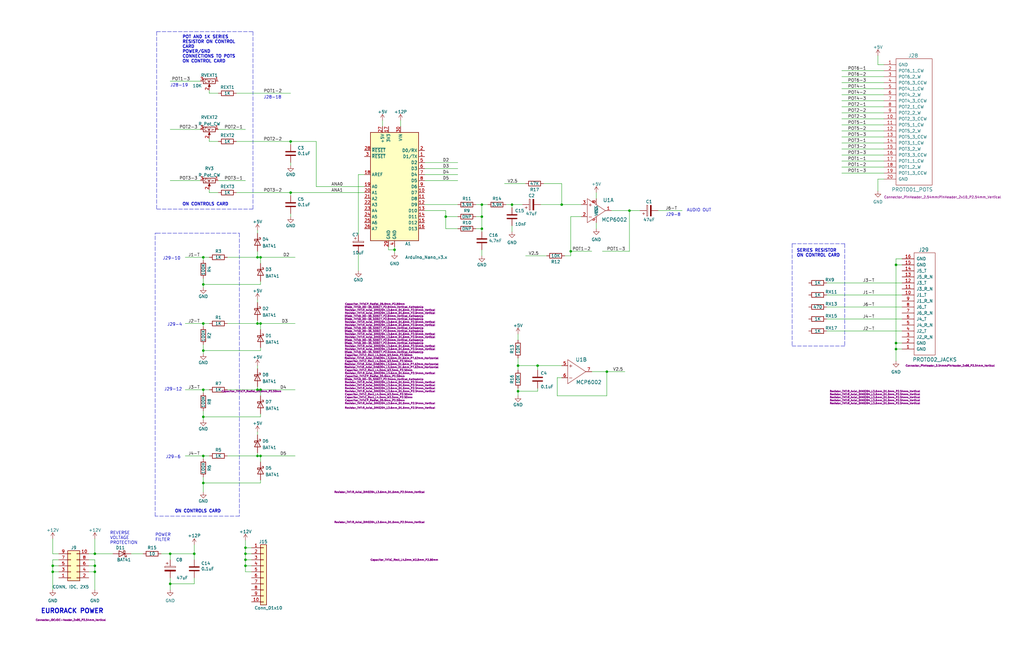
<source format=kicad_sch>
(kicad_sch (version 20211123) (generator eeschema)
  (paper "B")
  (title_block (title "ER-DRUMS") (date "2023-01-19") (rev "1") (comment 1 "Arduino MOZZI Daughtercard for ER-PROTO-02"))
  (junction (at 109.855 136.525))
  (junction (at 85.725 108.585))
  (junction (at 103.505 236.22))
  (junction (at 85.725 175.895))
  (junction (at 109.855 164.465))
  (junction (at 377.825 111.76))
  (junction (at 215.9 86.36))
  (junction (at 377.825 144.78))
  (junction (at 85.725 147.955))
  (junction (at 108.585 108.585))
  (junction (at 218.44 154.305))
  (junction (at 85.725 136.525))
  (junction (at 122.555 81.28))
  (junction (at 85.725 164.465))
  (junction (at 166.37 105.41))
  (junction (at 226.695 154.305))
  (junction (at 103.505 238.76))
  (junction (at 40.005 241.3))
  (junction (at 85.725 120.015))
  (junction (at 265.43 88.9))
  (junction (at 109.855 192.405))
  (junction (at 109.855 108.585))
  (junction (at 85.725 203.835))
  (junction (at 255.905 156.845))
  (junction (at 203.2 91.44))
  (junction (at 122.555 59.69))
  (junction (at 22.225 241.3))
  (junction (at 22.225 238.76))
  (junction (at 40.005 233.68))
  (junction (at 377.825 147.32))
  (junction (at 85.725 192.405))
  (junction (at 81.915 233.68))
  (junction (at 187.96 91.44))
  (junction (at 108.585 136.525))
  (junction (at 40.005 238.76))
  (junction (at 108.585 192.405))
  (junction (at 236.855 86.36))
  (junction (at 203.2 96.52))
  (junction (at 103.505 233.68))
  (junction (at 108.585 164.465))
  (junction (at 203.2 86.36))
  (junction (at 240.665 106.045))
  (junction (at 103.505 231.14))
  (junction (at 218.44 165.1))
  (junction (at 71.755 233.68))
  (junction (at 71.755 246.38))
  (wire (pts (xy 99.695 59.69) (xy 122.555 59.69)))
  (wire (pts (xy 348.615 139.7) (xy 380.365 139.7)))
  (wire (pts (xy 354.965 50.165) (xy 372.745 50.165)))
  (wire (pts (xy 179.07 71.12) (xy 193.04 71.12)))
  (wire (pts (xy 218.44 165.1) (xy 218.44 163.83)))
  (wire (pts (xy 85.725 207.645) (xy 85.725 203.835)))
  (wire (pts (xy 85.725 177.165) (xy 85.725 175.895)))
  (wire (pts (xy 255.905 156.845) (xy 263.525 156.845)))
  (wire (pts (xy 215.9 95.25) (xy 215.9 97.79)))
  (polyline (pts (xy 334.01 102.87) (xy 334.01 146.05)))
  (wire (pts (xy 37.465 233.68) (xy 40.005 233.68)))
  (wire (pts (xy 99.695 81.28) (xy 122.555 81.28)))
  (wire (pts (xy 85.725 120.015) (xy 85.725 117.475)))
  (wire (pts (xy 166.37 105.41) (xy 163.83 105.41)))
  (polyline (pts (xy 106.68 88.265) (xy 66.04 88.265)))
  (polyline (pts (xy 100.965 98.425) (xy 100.965 217.805)))
  (wire (pts (xy 203.2 105.41) (xy 203.2 107.95)))
  (wire (pts (xy 37.465 238.76) (xy 40.005 238.76)))
  (wire (pts (xy 218.44 140.97) (xy 218.44 143.51)))
  (wire (pts (xy 40.005 227.33) (xy 40.005 233.68)))
  (wire (pts (xy 71.755 54.61) (xy 84.455 54.61)))
  (wire (pts (xy 108.585 126.365) (xy 108.585 127.635)))
  (wire (pts (xy 71.755 233.68) (xy 67.945 233.68)))
  (wire (pts (xy 226.695 154.305) (xy 236.855 154.305)))
  (wire (pts (xy 380.365 109.22) (xy 377.825 109.22)))
  (wire (pts (xy 85.725 149.225) (xy 85.725 147.955)))
  (wire (pts (xy 108.585 106.045) (xy 108.585 108.585)))
  (wire (pts (xy 88.265 81.28) (xy 92.075 81.28)))
  (wire (pts (xy 22.225 236.22) (xy 22.225 238.76)))
  (wire (pts (xy 354.965 40.005) (xy 372.745 40.005)))
  (wire (pts (xy 108.585 191.135) (xy 108.585 192.405)))
  (wire (pts (xy 22.225 227.33) (xy 22.225 233.68)))
  (wire (pts (xy 95.885 108.585) (xy 108.585 108.585)))
  (wire (pts (xy 151.13 114.3) (xy 151.13 106.68)))
  (wire (pts (xy 109.855 164.465) (xy 109.855 167.005)))
  (wire (pts (xy 203.2 96.52) (xy 203.2 97.79)))
  (wire (pts (xy 78.105 164.465) (xy 85.725 164.465)))
  (wire (pts (xy 377.825 144.78) (xy 380.365 144.78)))
  (wire (pts (xy 218.44 165.1) (xy 226.695 165.1)))
  (polyline (pts (xy 106.68 13.335) (xy 106.68 88.265)))
  (wire (pts (xy 109.855 164.465) (xy 124.46 164.465)))
  (wire (pts (xy 234.95 167.005) (xy 255.905 167.005)))
  (wire (pts (xy 85.725 192.405) (xy 88.265 192.405)))
  (wire (pts (xy 22.225 241.3) (xy 22.225 248.92)))
  (wire (pts (xy 193.04 96.52) (xy 187.96 96.52)))
  (wire (pts (xy 108.585 136.525) (xy 109.855 136.525)))
  (wire (pts (xy 109.855 203.835) (xy 85.725 203.835)))
  (wire (pts (xy 85.725 164.465) (xy 85.725 165.735)))
  (wire (pts (xy 109.855 175.895) (xy 85.725 175.895)))
  (polyline (pts (xy 66.04 13.335) (xy 66.04 88.265)))
  (wire (pts (xy 95.885 192.405) (xy 108.585 192.405)))
  (wire (pts (xy 179.07 88.9) (xy 187.96 88.9)))
  (wire (pts (xy 166.37 106.68) (xy 166.37 105.41)))
  (wire (pts (xy 103.505 238.76) (xy 103.505 241.3)))
  (wire (pts (xy 179.07 68.58) (xy 193.04 68.58)))
  (wire (pts (xy 108.585 163.195) (xy 108.585 164.465)))
  (wire (pts (xy 153.67 73.66) (xy 151.13 73.66)))
  (wire (pts (xy 348.615 119.38) (xy 380.365 119.38)))
  (wire (pts (xy 106.045 241.3) (xy 103.505 241.3)))
  (wire (pts (xy 200.66 96.52) (xy 203.2 96.52)))
  (wire (pts (xy 354.965 37.465) (xy 372.745 37.465)))
  (polyline (pts (xy 334.01 102.87) (xy 356.235 102.87)))
  (wire (pts (xy 166.37 105.41) (xy 166.37 104.14)))
  (wire (pts (xy 109.855 147.955) (xy 85.725 147.955)))
  (wire (pts (xy 81.915 233.68) (xy 81.915 236.22)))
  (wire (pts (xy 354.965 65.405) (xy 372.745 65.405)))
  (wire (pts (xy 187.96 91.44) (xy 193.04 91.44)))
  (wire (pts (xy 103.505 236.22) (xy 103.505 238.76)))
  (wire (pts (xy 122.555 81.28) (xy 122.555 82.55)))
  (wire (pts (xy 109.855 175.895) (xy 109.855 174.625)))
  (wire (pts (xy 234.95 159.385) (xy 234.95 167.005)))
  (wire (pts (xy 377.825 147.32) (xy 380.365 147.32)))
  (wire (pts (xy 226.695 154.305) (xy 226.695 156.21)))
  (wire (pts (xy 179.07 76.2) (xy 193.04 76.2)))
  (wire (pts (xy 78.105 192.405) (xy 85.725 192.405)))
  (wire (pts (xy 179.07 86.36) (xy 193.04 86.36)))
  (wire (pts (xy 122.555 68.58) (xy 122.555 69.85)))
  (wire (pts (xy 40.005 233.68) (xy 47.625 233.68)))
  (wire (pts (xy 354.965 47.625) (xy 372.745 47.625)))
  (wire (pts (xy 249.555 106.045) (xy 240.665 106.045)))
  (wire (pts (xy 377.825 111.76) (xy 377.825 144.78)))
  (wire (pts (xy 55.245 233.68) (xy 60.325 233.68)))
  (wire (pts (xy 108.585 97.155) (xy 108.585 98.425)))
  (wire (pts (xy 109.855 147.955) (xy 109.855 146.685)))
  (wire (pts (xy 377.825 109.22) (xy 377.825 111.76)))
  (polyline (pts (xy 100.965 217.805) (xy 65.405 217.805)))
  (wire (pts (xy 85.725 192.405) (xy 85.725 193.675)))
  (wire (pts (xy 240.665 91.44) (xy 240.665 106.045)))
  (wire (pts (xy 109.855 108.585) (xy 109.855 111.125)))
  (wire (pts (xy 109.855 136.525) (xy 124.46 136.525)))
  (wire (pts (xy 88.265 59.69) (xy 88.265 58.42)))
  (wire (pts (xy 238.125 107.95) (xy 240.665 107.95)))
  (wire (pts (xy 168.91 50.8) (xy 168.91 53.34)))
  (wire (pts (xy 229.235 77.47) (xy 236.855 77.47)))
  (wire (pts (xy 354.965 57.785) (xy 372.745 57.785)))
  (wire (pts (xy 240.665 106.045) (xy 240.665 107.95)))
  (wire (pts (xy 187.96 88.9) (xy 187.96 91.44)))
  (wire (pts (xy 122.555 59.69) (xy 122.555 60.96)))
  (wire (pts (xy 203.2 96.52) (xy 203.2 91.44)))
  (wire (pts (xy 85.725 121.285) (xy 85.725 120.015)))
  (wire (pts (xy 71.755 233.68) (xy 71.755 236.22)))
  (wire (pts (xy 215.9 86.36) (xy 215.9 87.63)))
  (wire (pts (xy 88.265 59.69) (xy 92.075 59.69)))
  (wire (pts (xy 218.44 154.305) (xy 226.695 154.305)))
  (wire (pts (xy 163.83 105.41) (xy 163.83 104.14)))
  (wire (pts (xy 71.755 34.29) (xy 84.455 34.29)))
  (wire (pts (xy 354.965 42.545) (xy 372.745 42.545)))
  (wire (pts (xy 85.725 175.895) (xy 85.725 173.355)))
  (wire (pts (xy 88.265 39.37) (xy 92.075 39.37)))
  (wire (pts (xy 377.825 147.32) (xy 377.825 152.4)))
  (wire (pts (xy 103.505 238.76) (xy 106.045 238.76)))
  (wire (pts (xy 22.225 241.3) (xy 24.765 241.3)))
  (wire (pts (xy 108.585 182.245) (xy 108.585 183.515)))
  (wire (pts (xy 377.825 144.78) (xy 377.825 147.32)))
  (wire (pts (xy 255.905 156.845) (xy 249.555 156.845)))
  (wire (pts (xy 215.9 86.36) (xy 220.345 86.36)))
  (wire (pts (xy 103.505 227.965) (xy 103.505 231.14)))
  (wire (pts (xy 37.465 236.22) (xy 40.005 236.22)))
  (wire (pts (xy 81.915 229.87) (xy 81.915 233.68)))
  (wire (pts (xy 354.965 55.245) (xy 372.745 55.245)))
  (wire (pts (xy 109.855 120.015) (xy 85.725 120.015)))
  (wire (pts (xy 71.755 233.68) (xy 81.915 233.68)))
  (wire (pts (xy 85.725 164.465) (xy 88.265 164.465)))
  (wire (pts (xy 187.96 96.52) (xy 187.96 91.44)))
  (wire (pts (xy 179.07 73.66) (xy 193.04 73.66)))
  (wire (pts (xy 226.695 163.83) (xy 226.695 165.1)))
  (wire (pts (xy 108.585 192.405) (xy 109.855 192.405)))
  (wire (pts (xy 354.965 67.945) (xy 372.745 67.945)))
  (wire (pts (xy 265.43 88.9) (xy 265.43 106.045)))
  (wire (pts (xy 22.225 238.76) (xy 24.765 238.76)))
  (wire (pts (xy 370.205 75.565) (xy 370.205 80.645)))
  (wire (pts (xy 133.35 78.74) (xy 153.67 78.74)))
  (wire (pts (xy 227.965 86.36) (xy 236.855 86.36)))
  (wire (pts (xy 203.2 91.44) (xy 203.2 86.36)))
  (wire (pts (xy 354.965 29.845) (xy 372.745 29.845)))
  (wire (pts (xy 348.615 134.62) (xy 380.365 134.62)))
  (wire (pts (xy 85.725 108.585) (xy 85.725 109.855)))
  (wire (pts (xy 354.965 52.705) (xy 372.745 52.705)))
  (wire (pts (xy 108.585 135.255) (xy 108.585 136.525)))
  (wire (pts (xy 108.585 164.465) (xy 109.855 164.465)))
  (wire (pts (xy 92.075 54.61) (xy 103.505 54.61)))
  (wire (pts (xy 277.495 88.9) (xy 287.655 88.9)))
  (wire (pts (xy 108.585 108.585) (xy 109.855 108.585)))
  (wire (pts (xy 109.855 136.525) (xy 109.855 139.065)))
  (wire (pts (xy 71.755 243.84) (xy 71.755 246.38)))
  (wire (pts (xy 161.29 50.8) (xy 161.29 53.34)))
  (wire (pts (xy 240.665 91.44) (xy 245.11 91.44)))
  (wire (pts (xy 95.885 164.465) (xy 108.585 164.465)))
  (wire (pts (xy 348.615 124.46) (xy 380.365 124.46)))
  (wire (pts (xy 213.36 86.36) (xy 215.9 86.36)))
  (wire (pts (xy 40.005 241.3) (xy 40.005 248.92)))
  (wire (pts (xy 218.44 167.005) (xy 218.44 165.1)))
  (wire (pts (xy 92.075 76.2) (xy 103.505 76.2)))
  (wire (pts (xy 122.555 59.69) (xy 133.35 59.69)))
  (wire (pts (xy 40.005 236.22) (xy 40.005 238.76)))
  (wire (pts (xy 354.965 70.485) (xy 372.745 70.485)))
  (wire (pts (xy 99.695 39.37) (xy 122.555 39.37)))
  (wire (pts (xy 109.855 120.015) (xy 109.855 118.745)))
  (wire (pts (xy 81.915 246.38) (xy 81.915 243.84)))
  (polyline (pts (xy 356.235 102.87) (xy 356.235 146.05)))
  (wire (pts (xy 354.965 32.385) (xy 372.745 32.385)))
  (wire (pts (xy 354.965 73.025) (xy 372.745 73.025)))
  (polyline (pts (xy 65.405 98.425) (xy 66.04 98.425)))
  (wire (pts (xy 71.755 246.38) (xy 71.755 248.92)))
  (wire (pts (xy 108.585 154.305) (xy 108.585 155.575)))
  (wire (pts (xy 133.35 59.69) (xy 133.35 78.74)))
  (wire (pts (xy 354.965 45.085) (xy 372.745 45.085)))
  (wire (pts (xy 78.105 136.525) (xy 85.725 136.525)))
  (wire (pts (xy 236.855 159.385) (xy 234.95 159.385)))
  (wire (pts (xy 88.265 81.28) (xy 88.265 80.01)))
  (wire (pts (xy 372.745 27.305) (xy 370.205 27.305)))
  (wire (pts (xy 106.045 231.14) (xy 103.505 231.14)))
  (wire (pts (xy 109.855 203.835) (xy 109.855 202.565)))
  (polyline (pts (xy 65.405 217.805) (xy 65.405 98.425)))
  (wire (pts (xy 24.765 233.68) (xy 22.225 233.68)))
  (wire (pts (xy 236.855 86.36) (xy 236.855 77.47)))
  (polyline (pts (xy 66.04 98.425) (xy 100.965 98.425)))
  (wire (pts (xy 103.505 236.22) (xy 106.045 236.22)))
  (wire (pts (xy 218.44 154.305) (xy 218.44 156.21)))
  (wire (pts (xy 251.46 93.98) (xy 251.46 96.52)))
  (wire (pts (xy 22.225 238.76) (xy 22.225 241.3)))
  (wire (pts (xy 221.615 107.95) (xy 230.505 107.95)))
  (wire (pts (xy 85.725 108.585) (xy 88.265 108.585)))
  (wire (pts (xy 354.965 34.925) (xy 372.745 34.925)))
  (wire (pts (xy 71.755 246.38) (xy 81.915 246.38)))
  (wire (pts (xy 37.465 241.3) (xy 40.005 241.3)))
  (wire (pts (xy 354.965 62.865) (xy 372.745 62.865)))
  (wire (pts (xy 109.855 192.405) (xy 124.46 192.405)))
  (wire (pts (xy 265.43 88.9) (xy 269.875 88.9)))
  (wire (pts (xy 88.265 39.37) (xy 88.265 38.1)))
  (wire (pts (xy 218.44 151.13) (xy 218.44 154.305)))
  (wire (pts (xy 254 106.045) (xy 265.43 106.045)))
  (wire (pts (xy 251.46 81.28) (xy 251.46 83.82)))
  (polyline (pts (xy 66.04 13.335) (xy 106.68 13.335)))
  (wire (pts (xy 370.205 75.565) (xy 372.745 75.565)))
  (wire (pts (xy 200.66 91.44) (xy 203.2 91.44)))
  (wire (pts (xy 78.105 108.585) (xy 85.725 108.585)))
  (wire (pts (xy 106.045 233.68) (xy 103.505 233.68)))
  (wire (pts (xy 103.505 233.68) (xy 103.505 236.22)))
  (wire (pts (xy 71.755 76.2) (xy 84.455 76.2)))
  (wire (pts (xy 370.205 23.495) (xy 370.205 27.305)))
  (wire (pts (xy 377.825 111.76) (xy 380.365 111.76)))
  (wire (pts (xy 85.725 136.525) (xy 88.265 136.525)))
  (wire (pts (xy 85.725 136.525) (xy 85.725 137.795)))
  (wire (pts (xy 95.885 136.525) (xy 108.585 136.525)))
  (wire (pts (xy 348.615 129.54) (xy 380.365 129.54)))
  (wire (pts (xy 236.855 86.36) (xy 245.11 86.36)))
  (wire (pts (xy 85.725 203.835) (xy 85.725 201.295)))
  (wire (pts (xy 24.765 236.22) (xy 22.225 236.22)))
  (wire (pts (xy 354.965 60.325) (xy 372.745 60.325)))
  (wire (pts (xy 151.13 73.66) (xy 151.13 99.06)))
  (wire (pts (xy 257.81 88.9) (xy 265.43 88.9)))
  (wire (pts (xy 40.005 238.76) (xy 40.005 241.3)))
  (wire (pts (xy 109.855 108.585) (xy 124.46 108.585)))
  (wire (pts (xy 103.505 231.14) (xy 103.505 233.68)))
  (polyline (pts (xy 356.235 146.05) (xy 334.01 146.05)))
  (wire (pts (xy 85.725 147.955) (xy 85.725 145.415)))
  (wire (pts (xy 109.855 192.405) (xy 109.855 194.945)))
  (wire (pts (xy 255.905 167.005) (xy 255.905 156.845)))
  (wire (pts (xy 212.725 77.47) (xy 221.615 77.47)))
  (wire (pts (xy 122.555 90.17) (xy 122.555 91.44)))
  (wire (pts (xy 122.555 81.28) (xy 153.67 81.28)))
  (wire (pts (xy 203.2 86.36) (xy 205.74 86.36)))
  (wire (pts (xy 203.2 86.36) (xy 200.66 86.36)))
  (text "EURORACK POWER" (at 17.145 259.08 0) (effects (font (size 1.905 1.905) (thickness 0.381) bold) (justify left bottom)))
  (text "J28-19" (at 71.755 36.83 0) (effects (font (size 1.27 1.27)) (justify left bottom)))
  (text "AUDIO OUT" (at 289.56 89.535 0) (effects (font (size 1.27 1.27)) (justify left bottom)))
  (text "ON CONTROLS CARD" (at 73.66 216.535 0) (effects (font (size 1.27 1.27) (thickness 0.254) bold) (justify left bottom)))
  (text "J29-10" (at 68.58 109.855 0) (effects (font (size 1.27 1.27)) (justify left bottom)))
  (text "J29-4" (at 70.485 137.795 0) (effects (font (size 1.27 1.27)) (justify left bottom)))
  (text "J29-12" (at 69.215 165.1 0) (effects (font (size 1.27 1.27)) (justify left bottom)))
  (text "POWER\nFILTER" (at 65.405 228.6 0) (effects (font (size 1.27 1.27)) (justify left bottom)))
  (text "J29-8" (at 280.67 91.44 0) (effects (font (size 1.27 1.27)) (justify left bottom)))
  (text "J28-18" (at 111.125 41.91 0) (effects (font (size 1.27 1.27)) (justify left bottom)))
  (text "POT AND 1K SERIES\nRESISTOR ON CONTROL\nCARD\nPOWER/GND\nCONNECTIONS TO POTS\nON CONTROL CARD" (at 76.835 26.67 0) (effects (font (size 1.27 1.27) (thickness 0.254) bold) (justify left bottom)))
  (text "J29-6" (at 69.85 193.675 0) (effects (font (size 1.27 1.27)) (justify left bottom)))
  (text "SERIES RESISTOR\nON CONTROL CARD" (at 335.915 108.585 0) (effects (font (size 1.27 1.27) (thickness 0.254) bold) (justify left bottom)))
  (text "REVERSE\nVOLTAGE\nPROTECTION" (at 46.355 229.87 0) (effects (font (size 1.27 1.27)) (justify left bottom)))
  (text "ON CONTROLS CARD" (at 76.835 86.995 0) (effects (font (size 1.27 1.27) (thickness 0.254) bold) (justify left bottom)))
  (label "D3" (at 186.69 71.12 0))
  (label "POT3-1" (at 94.615 76.2 0))
  (label "V2.5" (at 222.885 107.95 0))
  (label "J2-T" (at 363.855 139.7 0))
  (label "POT2-3" (at 75.565 54.61 0))
  (label "D4" (at 186.69 73.66 0))
  (label "J3-T" (at 363.855 119.38 0))
  (label "POT4-2" (at 357.505 40.005 0))
  (label "POT2-2" (at 357.505 47.625 0))
  (label "POT2-2" (at 111.125 59.69 0))
  (label "V2.5" (at 258.445 156.845 0))
  (label "POT3-2" (at 111.125 81.28 0))
  (label "POT1-2" (at 111.125 39.37 0))
  (label "D2" (at 186.69 68.58 0))
  (label "POT3-3" (at 357.505 65.405 0))
  (label "J1-T" (at 363.855 124.46 0))
  (label "J6-T" (at 363.855 129.54 0))
  (label "POT3-3" (at 75.565 76.2 0))
  (label "D4" (at 118.11 164.465 0))
  (label "POT4-3" (at 357.505 42.545 0))
  (label "D5" (at 186.69 76.2 0))
  (label "POT6-2" (at 357.505 32.385 0))
  (label "J4-T" (at 363.855 134.62 0))
  (label "POT2-1" (at 94.615 54.61 0))
  (label "J2-T" (at 79.375 136.525 0))
  (label "POT5-1" (at 357.505 52.705 0))
  (label "V2.5" (at 213.995 77.47 0))
  (label "D3" (at 118.745 136.525 0))
  (label "POT4-1" (at 357.505 37.465 0))
  (label "J6-T" (at 280.67 88.9 0))
  (label "POT1-1" (at 357.505 67.945 0))
  (label "D5" (at 118.11 192.405 0))
  (label "POT3-2" (at 357.505 62.865 0))
  (label "POT6-1" (at 357.505 29.845 0))
  (label "J4-T" (at 79.375 192.405 0))
  (label "POT5-3" (at 357.505 57.785 0))
  (label "POT2-1" (at 357.505 45.085 0))
  (label "POT1-2" (at 241.3 106.045 0))
  (label "POT5-2" (at 357.505 55.245 0))
  (label "POT6-3" (at 357.505 34.925 0))
  (label "POT3-1" (at 357.505 60.325 0))
  (label "D2" (at 119.38 108.585 0))
  (label "POT2-3" (at 357.505 50.165 0))
  (label "POT1-3" (at 72.39 34.29 0))
  (label "POT1-2" (at 357.505 70.485 0))
  (label "ANA0" (at 139.7 78.74 0))
  (label "J1-T" (at 79.375 108.585 0))
  (label "POT1-3" (at 255.905 106.045 0))
  (label "ANA1" (at 139.7 81.28 0))
  (label "POT1-3" (at 357.505 73.025 0))
  (label "J3-T" (at 79.375 164.465 0))
  (symbol (lib_id "Device:C") (at 122.555 64.77 0) (unit 1)
    (property "Reference" "C3" (at 125.476 62.4586 0) (effects (justify left)))
    (property "Value" "0.1uF" (at 125.476 64.77 0) (effects (justify left)))
    (property "Footprint" "Capacitor_THT:C_Rect_L4.0mm_W2.5mm_P2.50mm" (at 145.415 149.86 0) (effects (font (size 0.762 0.762)) (justify left)))
  )
  (symbol (lib_id "Device:R") (at 234.315 107.95 270) (unit 1)
    (property "Reference" "R12" (at 234.315 110.49 90))
    (property "Value" "10K" (at 234.315 107.95 90))
    (property "Footprint" "Resistor_THT:R_Axial_DIN0204_L3.6mm_D1.6mm_P2.54mm_Vertical" (at 164.465 172.085 90) (effects (font (size 0.762 0.762))))
    (property "Datasheet" "https://www.mouser.com/ProductDetail/Xicon/299-2.2K-RC?qs=QaPBMFBEHz3RDbXknTj%252ByA%3D%3D" (effects hide))
  )
  (symbol (lib_id "Device:R") (at 85.725 197.485 0) (unit 1)
    (property "Reference" "R6" (at 88.265 197.485 90))
    (property "Value" "100K" (at 85.725 197.485 90))
    (property "Footprint" "Resistor_THT:R_Axial_DIN0204_L3.6mm_D1.6mm_P2.54mm_Vertical" (at 164.465 146.05 0) (effects (font (size 0.762 0.762))))
    (property "Datasheet" "https://www.mouser.com/ProductDetail/Xicon/299-2.2K-RC?qs=QaPBMFBEHz3RDbXknTj%252ByA%3D%3D" (effects hide))
  )
  (symbol (lib_id "Device:R") (at 225.425 77.47 270) (unit 1)
    (property "Reference" "R17" (at 225.425 80.01 90))
    (property "Value" "47K" (at 225.425 77.47 90))
    (property "Footprint" "Resistor_THT:R_Axial_DIN0204_L3.6mm_D1.6mm_P2.54mm_Vertical" (at 164.465 170.18 90) (effects (font (size 0.762 0.762))))
    (property "Datasheet" "https://www.mouser.com/ProductDetail/Xicon/299-2.2K-RC?qs=QaPBMFBEHz3RDbXknTj%252ByA%3D%3D" (effects hide))
  )
  (symbol (lib_id "power:GND") (at 40.005 248.92 0) (unit 1)
    (property "Reference" "#PWR0106" (effects hide))
    (property "Value" "GND" (at 40.005 253.4825 0))
  )
  (symbol (lib_id "Device:R") (at 92.075 192.405 90) (unit 1)
    (property "Reference" "R5" (at 92.075 189.865 90))
    (property "Value" "1K" (at 92.075 192.405 90))
    (property "Footprint" "Resistor_THT:R_Axial_DIN0204_L3.6mm_D1.6mm_P2.54mm_Vertical" (at 164.465 147.32 90) (effects (font (size 0.762 0.762))))
    (property "Datasheet" "https://www.mouser.com/ProductDetail/Xicon/299-2.2K-RC?qs=QaPBMFBEHz3RDbXknTj%252ByA%3D%3D" (effects hide))
  )
  (symbol (lib_id "power:GND") (at 377.825 152.4 0) (unit 1)
    (property "Reference" "#PWR0102" (effects hide))
    (property "Value" "GND" (at 377.825 156.9625 0))
  )
  (symbol (lib_id "power:+5V") (at 108.585 182.245 0) (unit 1)
    (property "Reference" "#PWR0120" (effects hide))
    (property "Value" "+5V" (at 108.585 178.6405 0))
  )
  (symbol (lib_id "Device:C_Polarized") (at 151.13 102.87 0) (unit 1)
    (property "Reference" "C7" (at 149.86 99.06 0))
    (property "Value" "10uF" (at 151.13 106.68 0))
    (property "Footprint" "Capacitor_THT:CP_Radial_D5.0mm_P2.50mm" (at 158.115 128.27 0) (effects (font (size 0.762 0.762))))
  )
  (symbol (lib_id "power:+5V") (at 370.205 23.495 0) (unit 1)
    (property "Reference" "#PWR0137" (effects hide))
    (property "Value" "+5V" (at 370.205 19.8905 0))
  )
  (symbol (lib_id "power:GND") (at 166.37 106.68 0) (unit 1)
    (property "Reference" "#PWR0111" (effects hide))
    (property "Value" "GND" (at 166.37 111.2425 0))
  )
  (symbol (lib_id "Device:R") (at 209.55 86.36 90) (unit 1)
    (property "Reference" "R14" (at 209.55 83.82 90))
    (property "Value" "3.9K" (at 209.55 86.36 90))
    (property "Footprint" "Resistor_THT:R_Axial_DIN0204_L3.6mm_D1.6mm_P2.54mm_Vertical" (at 164.465 165.1 90) (effects (font (size 0.762 0.762))))
    (property "Datasheet" "https://www.mouser.com/ProductDetail/Xicon/299-2.2K-RC?qs=QaPBMFBEHz3RDbXknTj%252ByA%3D%3D" (effects hide))
  )
  (symbol (lib_id "Connector_Generic:Conn_02x05_Odd_Even") (at 29.845 238.76 0) (mirror x) (unit 1)
    (property "Reference" "J9" (at 31.115 231.14 0))
    (property "Value" "CONN, IDC, 2X5" (at 29.845 247.65 0))
    (property "Footprint" "Connector_IDC:IDC-Header_2x05_P2.54mm_Vertical" (at 29.845 261.62 0) (effects (font (size 0.762 0.762))))
  )
  (symbol (lib_id "Device:R") (at 344.805 124.46 90) (unit 1) (in_bom no) (on_board no)
    (property "Reference" "RX11" (at 350.52 123.19 90))
    (property "Value" "1K" (at 344.805 124.46 90))
    (property "Footprint" "Resistor_THT:R_Axial_DIN0204_L3.6mm_D1.6mm_P2.54mm_Vertical" (at 368.935 166.37 90) (effects (font (size 0.762 0.762))))
    (property "Datasheet" "https://www.mouser.com/ProductDetail/Xicon/299-2.2K-RC?qs=QaPBMFBEHz3RDbXknTj%252ByA%3D%3D" (effects hide))
  )
  (symbol (lib_id "Device:D_Schottky") (at 109.855 142.875 270) (unit 1)
    (property "Reference" "D1" (at 111.887 141.649 90) (effects (justify left)))
    (property "Value" "BAT41" (at 111.887 144.4241 90) (effects (justify left)))
    (property "Footprint" "Diode_THT:D_DO-35_SOD27_P2.54mm_Vertical_KathodeUp" (at 161.925 138.43 90) (effects (font (size 0.762 0.762))))
  )
  (symbol (lib_id "Device:D_Schottky") (at 108.585 131.445 270) (unit 1)
    (property "Reference" "D2" (at 110.617 130.219 90) (effects (justify left)))
    (property "Value" "BAT41" (at 110.617 132.9941 90) (effects (justify left)))
    (property "Footprint" "Diode_THT:D_DO-35_SOD27_P2.54mm_Vertical_KathodeUp" (at 161.925 134.62 90) (effects (font (size 0.762 0.762))))
  )
  (symbol (lib_id "power:GND") (at 122.555 91.44 0) (unit 1)
    (property "Reference" "#PWR0124" (effects hide))
    (property "Value" "GND" (at 122.555 95.25 0))
  )
  (symbol (lib_id "Device:R") (at 218.44 147.32 180) (unit 1)
    (property "Reference" "R13" (at 215.9 147.32 90))
    (property "Value" "10K" (at 218.44 147.32 90))
    (property "Footprint" "Resistor_THT:R_Axial_DIN0204_L3.6mm_D1.6mm_P2.54mm_Vertical" (at 160.02 207.645 0) (effects (font (size 0.762 0.762))))
    (property "Datasheet" "https://www.mouser.com/ProductDetail/Xicon/299-2.2K-RC?qs=QaPBMFBEHz3RDbXknTj%252ByA%3D%3D" (effects hide))
  )
  (symbol (lib_id "Device:C") (at 122.555 86.36 0) (unit 1)
    (property "Reference" "C5" (at 125.476 84.0486 0) (effects (justify left)))
    (property "Value" "0.1uF" (at 125.476 86.36 0) (effects (justify left)))
    (property "Footprint" "Capacitor_THT:C_Rect_L4.0mm_W2.5mm_P2.50mm" (at 145.415 152.4 0) (effects (font (size 0.762 0.762)) (justify left)))
  )
  (symbol (lib_id "power:+12P") (at 81.915 229.87 0) (unit 1)
    (property "Reference" "#PWR0108" (effects hide))
    (property "Value" "+12P" (at 81.915 226.06 0))
  )
  (symbol (lib_id "power:GND") (at 85.725 121.285 0) (unit 1)
    (property "Reference" "#PWR0115" (effects hide))
    (property "Value" "GND" (at 85.725 125.095 0))
  )
  (symbol (lib_id "Device:C_Polarized") (at 71.755 240.03 0) (unit 1)
    (property "Reference" "C8" (at 75.565 236.22 0))
    (property "Value" "47uF" (at 76.835 243.84 0))
    (property "Footprint" "Capacitor_THT:CP_Radial_D5.0mm_P2.50mm" (at 158.115 158.75 0) (effects (font (size 0.762 0.762))))
  )
  (symbol (lib_id "power:GND") (at 203.2 107.95 0) (unit 1)
    (property "Reference" "#PWR0109" (effects hide))
    (property "Value" "GND" (at 203.2 111.76 0))
  )
  (symbol (lib_id "Device:D_Schottky") (at 51.435 233.68 180) (unit 1)
    (property "Reference" "D11" (at 52.705 231.14 0) (effects (justify left)))
    (property "Value" "BAT41" (at 55.245 236.22 0) (effects (justify left)))
    (property "Footprint" "Diode_THT:D_DO-35_SOD27_P2.54mm_Vertical_KathodeUp" (at 161.925 160.02 0) (effects (font (size 0.762 0.762))))
  )
  (symbol (lib_id "Device:C") (at 226.695 160.02 0) (unit 1)
    (property "Reference" "C4" (at 227.965 157.48 0) (effects (justify left)))
    (property "Value" "0.1uF" (at 227.965 163.195 0) (effects (justify left)))
    (property "Footprint" "Capacitor_THT:C_Rect_L4.0mm_W2.5mm_P2.50mm" (at 156.21 236.22 0) (effects (font (size 0.762 0.762)) (justify left)))
  )
  (symbol (lib_id "power:+12V") (at 103.505 227.965 0) (unit 1)
    (property "Reference" "#PWR01" (effects hide))
    (property "Value" "+12V" (at 103.505 224.3605 0))
  )
  (symbol (lib_id "MCU_Module:Arduino_Nano_v3.x") (at 166.37 78.74 0) (mirror y) (unit 1)
    (property "Reference" "A1" (at 170.815 102.87 0) (effects (justify right)))
    (property "Value" "Arduino_Nano_v3.x" (at 170.815 108.585 0) (effects (justify right)))
    (property "Footprint" "Module:Arduino_Nano" (effects hide))
    (property "Datasheet" "http://www.mouser.com/pdfdocs/Gravitech_Arduino_Nano3_0.pdf" (effects hide))
  )
  (symbol (lib_id "LandBoards_Conns:PROTO02_JACKS") (at 389.255 128.27 0) (mirror y) (unit 1)
    (property "Reference" "J29" (at 387.35 105.41 0) (effects (font (size 1.524 1.524)) (justify right)))
    (property "Value" "PROTO02_JACKS" (at 384.81 151.765 0) (effects (font (size 1.524 1.524)) (justify right)))
    (property "Footprint" "Connector_PinHeader_2.54mm:PinHeader_2x08_P2.54mm_Vertical" (at 400.685 154.305 0) (effects (font (size 0.762 0.762))))
  )
  (symbol (lib_id "power:+5V") (at 218.44 140.97 0) (unit 1)
    (property "Reference" "#PWR02" (effects hide))
    (property "Value" "+5V" (at 218.44 137.3655 0))
  )
  (symbol (lib_id "Device:R") (at 344.805 134.62 90) (unit 1) (in_bom no) (on_board no)
    (property "Reference" "RX15" (at 350.52 133.35 90))
    (property "Value" "1K" (at 344.805 134.62 90))
    (property "Footprint" "Resistor_THT:R_Axial_DIN0204_L3.6mm_D1.6mm_P2.54mm_Vertical" (at 368.935 168.91 90) (effects (font (size 0.762 0.762))))
    (property "Datasheet" "https://www.mouser.com/ProductDetail/Xicon/299-2.2K-RC?qs=QaPBMFBEHz3RDbXknTj%252ByA%3D%3D" (effects hide))
  )
  (symbol (lib_id "power:+5V") (at 161.29 50.8 0) (unit 1)
    (property "Reference" "#PWR0113" (effects hide))
    (property "Value" "+5V" (at 161.29 47.1955 0))
  )
  (symbol (lib_id "Device:R") (at 344.805 139.7 90) (unit 1) (in_bom no) (on_board no)
    (property "Reference" "RX17" (at 350.52 138.43 90))
    (property "Value" "1K" (at 344.805 139.7 90))
    (property "Footprint" "Resistor_THT:R_Axial_DIN0204_L3.6mm_D1.6mm_P2.54mm_Vertical" (at 368.935 170.18 90) (effects (font (size 0.762 0.762))))
    (property "Datasheet" "https://www.mouser.com/ProductDetail/Xicon/299-2.2K-RC?qs=QaPBMFBEHz3RDbXknTj%252ByA%3D%3D" (effects hide))
  )
  (symbol (lib_id "Device:R") (at 85.725 169.545 0) (unit 1)
    (property "Reference" "R8" (at 88.265 169.545 90))
    (property "Value" "100K" (at 85.725 169.545 90))
    (property "Footprint" "Resistor_THT:R_Axial_DIN0204_L3.6mm_D1.6mm_P2.54mm_Vertical" (at 164.465 140.97 0) (effects (font (size 0.762 0.762))))
    (property "Datasheet" "https://www.mouser.com/ProductDetail/Xicon/299-2.2K-RC?qs=QaPBMFBEHz3RDbXknTj%252ByA%3D%3D" (effects hide))
  )
  (symbol (lib_id "Device:D_Schottky") (at 109.855 114.935 270) (unit 1)
    (property "Reference" "D3" (at 111.887 113.709 90) (effects (justify left)))
    (property "Value" "BAT41" (at 111.887 116.4841 90) (effects (justify left)))
    (property "Footprint" "Diode_THT:D_DO-35_SOD27_P2.54mm_Vertical_KathodeUp" (at 161.925 133.35 90) (effects (font (size 0.762 0.762))))
  )
  (symbol (lib_id "Device:R") (at 92.075 136.525 90) (unit 1)
    (property "Reference" "R1" (at 92.075 133.985 90))
    (property "Value" "1K" (at 92.075 136.525 90))
    (property "Footprint" "Resistor_THT:R_Axial_DIN0204_L3.6mm_D1.6mm_P2.54mm_Vertical" (at 164.465 137.16 90) (effects (font (size 0.762 0.762))))
    (property "Datasheet" "https://www.mouser.com/ProductDetail/Xicon/299-2.2K-RC?qs=QaPBMFBEHz3RDbXknTj%252ByA%3D%3D" (effects hide))
  )
  (symbol (lib_id "power:+12V") (at 40.005 227.33 0) (unit 1)
    (property "Reference" "#PWR0105" (effects hide))
    (property "Value" "+12V" (at 40.005 223.7255 0))
  )
  (symbol (lib_id "Device:D_Schottky") (at 108.585 102.235 270) (unit 1)
    (property "Reference" "D4" (at 110.617 101.009 90) (effects (justify left)))
    (property "Value" "BAT41" (at 110.617 103.7841 90) (effects (justify left)))
    (property "Footprint" "Diode_THT:D_DO-35_SOD27_P2.54mm_Vertical_KathodeUp" (at 161.925 129.54 90) (effects (font (size 0.762 0.762))))
  )
  (symbol (lib_id "LandBoards_Conns:R_Pot_CW") (at 88.265 34.29 270) (unit 1) (in_bom no) (on_board no)
    (property "Reference" "RVEXT1" (at 88.265 31.75 90))
    (property "Value" "10K" (at 83.185 36.195 90))
  )
  (symbol (lib_id "Device:R") (at 344.805 129.54 90) (unit 1) (in_bom no) (on_board no)
    (property "Reference" "RX13" (at 350.52 128.27 90))
    (property "Value" "470" (at 344.805 129.54 90))
    (property "Footprint" "Resistor_THT:R_Axial_DIN0204_L3.6mm_D1.6mm_P2.54mm_Vertical" (at 368.935 167.64 90) (effects (font (size 0.762 0.762))))
    (property "Datasheet" "https://www.mouser.com/ProductDetail/Xicon/299-2.2K-RC?qs=QaPBMFBEHz3RDbXknTj%252ByA%3D%3D" (effects hide))
  )
  (symbol (lib_id "Device:R") (at 344.805 119.38 90) (unit 1) (in_bom no) (on_board no)
    (property "Reference" "RX9" (at 349.885 118.11 90))
    (property "Value" "1K" (at 344.805 119.38 90))
    (property "Footprint" "Resistor_THT:R_Axial_DIN0204_L3.6mm_D1.6mm_P2.54mm_Vertical" (at 368.935 165.1 90) (effects (font (size 0.762 0.762))))
    (property "Datasheet" "https://www.mouser.com/ProductDetail/Xicon/299-2.2K-RC?qs=QaPBMFBEHz3RDbXknTj%252ByA%3D%3D" (effects hide))
  )
  (symbol (lib_id "power:GND") (at 215.9 97.79 0) (unit 1)
    (property "Reference" "#PWR0131" (effects hide))
    (property "Value" "GND" (at 215.9 102.3525 0))
  )
  (symbol (lib_id "power:GND") (at 218.44 167.005 0) (unit 1)
    (property "Reference" "#PWR03" (effects hide))
    (property "Value" "GND" (at 218.44 170.815 0))
  )
  (symbol (lib_id "Device:C") (at 215.9 91.44 0) (unit 1)
    (property "Reference" "C15" (at 217.17 88.9 0) (effects (justify left)))
    (property "Value" "10nF" (at 217.17 94.615 0) (effects (justify left)))
    (property "Footprint" "Capacitor_THT:C_Rect_L4.0mm_W2.5mm_P2.50mm" (at 145.415 167.64 0) (effects (font (size 0.762 0.762)) (justify left)))
  )
  (symbol (lib_id "LandBoards_Semis:MCP6002") (at 251.46 88.9 0) (unit 1)
    (property "Reference" "U1" (at 256.54 84.455 0) (effects (font (size 1.524 1.524))))
    (property "Value" "MCP6002" (at 259.08 92.71 0) (effects (font (size 1.524 1.524))))
  )
  (symbol (lib_id "power:GND") (at 151.13 114.3 0) (unit 1)
    (property "Reference" "#PWR0110" (effects hide))
    (property "Value" "GND" (at 151.13 118.11 0))
  )
  (symbol (lib_id "Device:D_Schottky") (at 108.585 159.385 270) (unit 1)
    (property "Reference" "D8" (at 110.617 158.159 90) (effects (justify left)))
    (property "Value" "BAT41" (at 110.617 160.9341 90) (effects (justify left)))
    (property "Footprint" "Diode_THT:D_DO-35_SOD27_P2.54mm_Vertical_KathodeUp" (at 161.925 139.7 90) (effects (font (size 0.762 0.762))))
  )
  (symbol (lib_name "R_Pot_CW_1") (lib_id "LandBoards_Conns:R_Pot_CW") (at 88.265 76.2 270) (unit 1) (in_bom no) (on_board no)
    (property "Reference" "RV3" (at 88.265 71.0999 90))
    (property "Value" "R_Pot_CW" (at 88.265 73.875 90))
  )
  (symbol (lib_id "power:GND") (at 85.725 149.225 0) (unit 1)
    (property "Reference" "#PWR0123" (effects hide))
    (property "Value" "GND" (at 85.725 153.035 0))
  )
  (symbol (lib_id "Device:R") (at 85.725 113.665 0) (unit 1)
    (property "Reference" "R4" (at 88.265 113.665 90))
    (property "Value" "100K" (at 85.725 113.665 90))
    (property "Footprint" "Resistor_THT:R_Axial_DIN0204_L3.6mm_D1.6mm_P2.54mm_Vertical" (at 164.465 130.81 0) (effects (font (size 0.762 0.762))))
    (property "Datasheet" "https://www.mouser.com/ProductDetail/Xicon/299-2.2K-RC?qs=QaPBMFBEHz3RDbXknTj%252ByA%3D%3D" (effects hide))
  )
  (symbol (lib_id "power:+5V") (at 251.46 81.28 0) (unit 1)
    (property "Reference" "#PWR04" (effects hide))
    (property "Value" "+5V" (at 251.46 77.6755 0))
  )
  (symbol (lib_id "Device:R") (at 196.85 86.36 90) (unit 1)
    (property "Reference" "R11" (at 196.85 83.82 90))
    (property "Value" "3.9K" (at 196.85 86.36 90))
    (property "Footprint" "Resistor_THT:R_Axial_DIN0204_L3.6mm_D1.6mm_P2.54mm_Vertical" (at 164.465 161.29 90) (effects (font (size 0.762 0.762))))
    (property "Datasheet" "https://www.mouser.com/ProductDetail/Xicon/299-2.2K-RC?qs=QaPBMFBEHz3RDbXknTj%252ByA%3D%3D" (effects hide))
  )
  (symbol (lib_id "Device:R") (at 196.85 91.44 90) (unit 1)
    (property "Reference" "R9" (at 196.85 88.9 90))
    (property "Value" "DNP" (at 196.85 91.44 90))
    (property "Footprint" "Resistor_THT:R_Axial_DIN0204_L3.6mm_D1.6mm_P2.54mm_Vertical" (at 164.465 162.56 90) (effects (font (size 0.762 0.762))))
    (property "Datasheet" "https://www.mouser.com/ProductDetail/Xicon/299-2.2K-RC?qs=QaPBMFBEHz3RDbXknTj%252ByA%3D%3D" (effects hide))
  )
  (symbol (lib_id "power:+5V") (at 108.585 154.305 0) (unit 1)
    (property "Reference" "#PWR0122" (effects hide))
    (property "Value" "+5V" (at 108.585 150.7005 0))
  )
  (symbol (lib_id "power:GND") (at 251.46 96.52 0) (unit 1)
    (property "Reference" "#PWR05" (effects hide))
    (property "Value" "GND" (at 251.46 101.0825 0))
  )
  (symbol (lib_name "PROTO01_POTS_1") (lib_id "LandBoards_Conns:PROTO01_POTS") (at 384.175 51.435 0) (mirror y) (unit 1)
    (property "Reference" "J28" (at 382.905 23.495 0) (effects (font (size 1.524 1.524)) (justify right)))
    (property "Value" "PROTO01_POTS" (at 375.92 80.01 0) (effects (font (size 1.524 1.524)) (justify right)))
    (property "Footprint" "Connector_PinHeader_2.54mm:PinHeader_2x10_P2.54mm_Vertical" (at 372.745 83.185 0) (effects (font (size 1 1)) (justify right)))
  )
  (symbol (lib_id "power:GND") (at 122.555 69.85 0) (unit 1)
    (property "Reference" "#PWR0127" (effects hide))
    (property "Value" "GND" (at 122.555 73.66 0))
  )
  (symbol (lib_id "Device:R") (at 92.075 108.585 90) (unit 1)
    (property "Reference" "R3" (at 92.075 106.045 90))
    (property "Value" "1K" (at 92.075 108.585 90))
    (property "Footprint" "Resistor_THT:R_Axial_DIN0204_L3.6mm_D1.6mm_P2.54mm_Vertical" (at 164.465 132.08 90) (effects (font (size 0.762 0.762))))
    (property "Datasheet" "https://www.mouser.com/ProductDetail/Xicon/299-2.2K-RC?qs=QaPBMFBEHz3RDbXknTj%252ByA%3D%3D" (effects hide))
  )
  (symbol (lib_name "R_Pot_CW_5") (lib_id "LandBoards_Conns:R_Pot_CW") (at 88.265 54.61 270) (unit 1) (in_bom no) (on_board no)
    (property "Reference" "RVEXT2" (at 88.265 49.5099 90))
    (property "Value" "R_Pot_CW" (at 88.265 52.285 90))
  )
  (symbol (lib_id "power:+5V") (at 108.585 97.155 0) (unit 1)
    (property "Reference" "#PWR0118" (effects hide))
    (property "Value" "+5V" (at 108.585 93.5505 0))
  )
  (symbol (lib_id "Device:C_Polarized") (at 273.685 88.9 90) (unit 1)
    (property "Reference" "C1" (at 273.685 85.09 90))
    (property "Value" "47uF" (at 273.685 92.71 90))
    (property "Footprint" "Capacitor_THT:CP_Radial_D5.0mm_P2.50mm" (at 158.115 168.91 90) (effects (font (size 0.762 0.762))))
  )
  (symbol (lib_id "Device:D_Schottky") (at 108.585 187.325 270) (unit 1)
    (property "Reference" "D6" (at 110.617 186.099 90) (effects (justify left)))
    (property "Value" "BAT41" (at 110.617 188.8741 90) (effects (justify left)))
    (property "Footprint" "Diode_THT:D_DO-35_SOD27_P2.54mm_Vertical_KathodeUp" (at 161.925 144.78 90) (effects (font (size 0.762 0.762))))
  )
  (symbol (lib_id "Device:C") (at 81.915 240.03 0) (unit 1)
    (property "Reference" "C14" (at 84.836 237.7186 0) (effects (justify left)))
    (property "Value" "0.1uF" (at 84.836 240.03 0) (effects (justify left)))
    (property "Footprint" "Capacitor_THT:C_Rect_L4.0mm_W2.5mm_P2.50mm" (at 145.415 156.21 0) (effects (font (size 0.762 0.762)) (justify left)))
  )
  (symbol (lib_id "Device:R") (at 218.44 160.02 180) (unit 1)
    (property "Reference" "R16" (at 215.9 160.02 90))
    (property "Value" "10K" (at 218.44 160.02 90))
    (property "Footprint" "Resistor_THT:R_Axial_DIN0204_L3.6mm_D1.6mm_P2.54mm_Vertical" (at 160.02 220.345 0) (effects (font (size 0.762 0.762))))
    (property "Datasheet" "https://www.mouser.com/ProductDetail/Xicon/299-2.2K-RC?qs=QaPBMFBEHz3RDbXknTj%252ByA%3D%3D" (effects hide))
  )
  (symbol (lib_id "Connector_Generic:Conn_01x10") (at 111.125 241.3 0) (unit 1)
    (property "Reference" "J15" (at 109.22 228.6 0) (effects (justify left)))
    (property "Value" "Conn_01x10" (at 107.315 256.54 0) (effects (justify left)))
    (property "Footprint" "Connector_PinHeader_2.54mm:PinHeader_1x10_P2.54mm_Vertical" (effects hide))
  )
  (symbol (lib_id "Device:D_Schottky") (at 109.855 198.755 270) (unit 1)
    (property "Reference" "D5" (at 111.887 197.529 90) (effects (justify left)))
    (property "Value" "BAT41" (at 111.887 200.3041 90) (effects (justify left)))
    (property "Footprint" "Diode_THT:D_DO-35_SOD27_P2.54mm_Vertical_KathodeUp" (at 161.925 148.59 90) (effects (font (size 0.762 0.762))))
  )
  (symbol (lib_id "power:GND") (at 71.755 248.92 0) (unit 1)
    (property "Reference" "#PWR0112" (effects hide))
    (property "Value" "GND" (at 71.755 253.4825 0))
  )
  (symbol (lib_id "Device:R") (at 92.075 164.465 90) (unit 1)
    (property "Reference" "R7" (at 92.075 161.925 90))
    (property "Value" "1K" (at 92.075 164.465 90))
    (property "Footprint" "Resistor_THT:R_Axial_DIN0204_L3.6mm_D1.6mm_P2.54mm_Vertical" (at 164.465 142.24 90) (effects (font (size 0.762 0.762))))
    (property "Datasheet" "https://www.mouser.com/ProductDetail/Xicon/299-2.2K-RC?qs=QaPBMFBEHz3RDbXknTj%252ByA%3D%3D" (effects hide))
  )
  (symbol (lib_id "power:GND") (at 370.205 80.645 0) (unit 1)
    (property "Reference" "#PWR0101" (effects hide))
    (property "Value" "GND" (at 370.205 85.2075 0))
  )
  (symbol (lib_id "Device:C") (at 203.2 101.6 0) (unit 1)
    (property "Reference" "C16" (at 206.121 99.2886 0) (effects (justify left)))
    (property "Value" "4.7nF" (at 206.121 101.6 0) (effects (justify left)))
    (property "Footprint" "Capacitor_THT:C_Rect_L4.0mm_W2.5mm_P2.50mm" (at 145.415 166.37 0) (effects (font (size 0.762 0.762)) (justify left)))
  )
  (symbol (lib_id "Device:D_Schottky") (at 109.855 170.815 270) (unit 1)
    (property "Reference" "D7" (at 111.887 169.589 90) (effects (justify left)))
    (property "Value" "BAT41" (at 111.887 172.3641 90) (effects (justify left)))
    (property "Footprint" "Diode_THT:D_DO-35_SOD27_P2.54mm_Vertical_KathodeUp" (at 161.925 143.51 90) (effects (font (size 0.762 0.762))))
  )
  (symbol (lib_id "Device:R") (at 196.85 96.52 90) (unit 1)
    (property "Reference" "R10" (at 196.85 93.98 90))
    (property "Value" "DNP" (at 196.85 96.52 90))
    (property "Footprint" "Resistor_THT:R_Axial_DIN0204_L3.6mm_D1.6mm_P2.54mm_Vertical" (at 164.465 163.83 90) (effects (font (size 0.762 0.762))))
    (property "Datasheet" "https://www.mouser.com/ProductDetail/Xicon/299-2.2K-RC?qs=QaPBMFBEHz3RDbXknTj%252ByA%3D%3D" (effects hide))
  )
  (symbol (lib_id "Device:R") (at 85.725 141.605 0) (unit 1)
    (property "Reference" "R2" (at 88.265 141.605 90))
    (property "Value" "100K" (at 85.725 141.605 90))
    (property "Footprint" "Resistor_THT:R_Axial_DIN0204_L3.6mm_D1.6mm_P2.54mm_Vertical" (at 164.465 135.89 0) (effects (font (size 0.762 0.762))))
    (property "Datasheet" "https://www.mouser.com/ProductDetail/Xicon/299-2.2K-RC?qs=QaPBMFBEHz3RDbXknTj%252ByA%3D%3D" (effects hide))
  )
  (symbol (lib_id "power:+5V") (at 108.585 126.365 0) (unit 1)
    (property "Reference" "#PWR0116" (effects hide))
    (property "Value" "+5V" (at 108.585 122.7605 0))
  )
  (symbol (lib_id "power:GND") (at 22.225 248.92 0) (unit 1)
    (property "Reference" "#PWR0103" (effects hide))
    (property "Value" "GND" (at 22.225 253.4825 0))
  )
  (symbol (lib_id "LandBoards_Semis:MCP6002") (at 243.205 156.845 0) (unit 2)
    (property "Reference" "U1" (at 245.11 151.765 0) (effects (font (size 1.524 1.524))))
    (property "Value" "MCP6002" (at 248.285 161.29 0) (effects (font (size 1.524 1.524))))
  )
  (symbol (lib_id "Device:R") (at 95.885 39.37 90) (unit 1) (in_bom no) (on_board no)
    (property "Reference" "REXT1" (at 95.885 36.83 90))
    (property "Value" "1K" (at 95.885 39.37 90))
    (property "Footprint" "Resistor_THT:R_Axial_DIN0204_L3.6mm_D1.6mm_P7.62mm_Horizontal" (at 165.1 151.13 90) (effects (font (size 0.762 0.762))))
    (property "Datasheet" "https://www.mouser.com/ProductDetail/Xicon/299-2.2K-RC?qs=QaPBMFBEHz3RDbXknTj%252ByA%3D%3D" (effects hide))
  )
  (symbol (lib_id "Device:C_Polarized") (at 224.155 86.36 90) (unit 1)
    (property "Reference" "C2" (at 224.155 82.55 90))
    (property "Value" "47uF" (at 224.155 90.17 90))
    (property "Footprint" "Capacitor_THT:CP_Radial_D5.0mm_P2.50mm" (at 106.045 165.1 90) (effects (font (size 0.762 0.762))))
  )
  (symbol (lib_id "power:+12P") (at 168.91 50.8 0) (unit 1)
    (property "Reference" "#PWR0104" (effects hide))
    (property "Value" "+12P" (at 168.91 47.1955 0))
  )
  (symbol (lib_id "power:+12V") (at 22.225 227.33 0) (unit 1)
    (property "Reference" "#PWR0107" (effects hide))
    (property "Value" "+12V" (at 22.225 223.7255 0))
  )
  (symbol (lib_id "Device:R") (at 95.885 59.69 90) (unit 1) (in_bom no) (on_board no)
    (property "Reference" "REXT2" (at 95.885 57.15 90))
    (property "Value" "1K" (at 95.885 59.69 90))
    (property "Footprint" "Resistor_THT:R_Axial_DIN0204_L3.6mm_D1.6mm_P7.62mm_Horizontal" (at 165.1 153.67 90) (effects (font (size 0.762 0.762))))
    (property "Datasheet" "https://www.mouser.com/ProductDetail/Xicon/299-2.2K-RC?qs=QaPBMFBEHz3RDbXknTj%252ByA%3D%3D" (effects hide))
  )
  (symbol (lib_id "Device:R") (at 95.885 81.28 90) (unit 1) (in_bom no) (on_board no)
    (property "Reference" "REXT3" (at 95.885 78.74 90))
    (property "Value" "1K" (at 95.885 81.28 90))
    (property "Footprint" "Resistor_THT:R_Axial_DIN0204_L3.6mm_D1.6mm_P7.62mm_Horizontal" (at 165.1 154.94 90) (effects (font (size 0.762 0.762))))
    (property "Datasheet" "https://www.mouser.com/ProductDetail/Xicon/299-2.2K-RC?qs=QaPBMFBEHz3RDbXknTj%252ByA%3D%3D" (effects hide))
  )
  (symbol (lib_id "power:GND") (at 85.725 177.165 0) (unit 1)
    (property "Reference" "#PWR0121" (effects hide))
    (property "Value" "GND" (at 85.725 180.975 0))
  )
  (symbol (lib_id "power:GND") (at 85.725 207.645 0) (unit 1)
    (property "Reference" "#PWR0119" (effects hide))
    (property "Value" "GND" (at 85.725 211.455 0))
  )
  (symbol (lib_id "Device:R") (at 64.135 233.68 90) (unit 1)
    (property "Reference" "R15" (at 64.135 231.14 90))
    (property "Value" "10" (at 64.135 233.68 90))
    (property "Footprint" "Resistor_THT:R_Axial_DIN0204_L3.6mm_D1.6mm_P2.54mm_Vertical" (at 164.465 157.48 90) (effects (font (size 0.762 0.762))))
    (property "Datasheet" "https://www.mouser.com/ProductDetail/Xicon/299-2.2K-RC?qs=QaPBMFBEHz3RDbXknTj%252ByA%3D%3D" (effects hide))
  )
)
</source>
